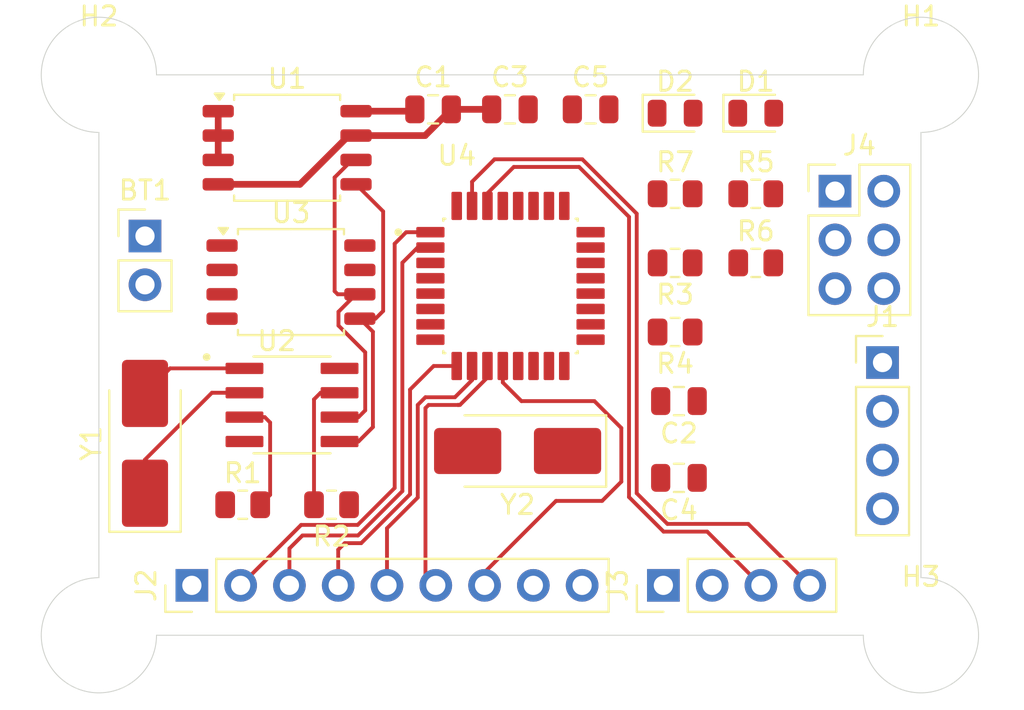
<source format=kicad_pcb>
(kicad_pcb (version 20241229) (generator "pcbnew") (generator_version "9.0")
  (title_block (title "${project_name}") (date "2025-08-11") (rev "1") (comment 1 "2 layer pcb"))
  (layers (0 "F.Cu" mixed) (4 "In1.Cu" mixed) (6 "In2.Cu" mixed) (2 "B.Cu" mixed) (13 "F.Paste" user) (15 "B.Paste" user) (5 "F.SilkS" user "F.Silkscreen") (7 "B.SilkS" user "B.Silkscreen") (1 "F.Mask" user) (3 "B.Mask" user) (25 "Edge.Cuts" user))
  (property "project_name" "MCU Datalogger with memory and clock")
  (net 0 "")
  (net 1 "Net-(BT1-+)")
  (net 2 "GND")
  (net 3 "/Vcc")
  (net 4 "Net-(U4-PB6)")
  (net 5 "Net-(U4-PB7)")
  (net 6 "Net-(U4-AREF)")
  (net 7 "Net-(D1-K)")
  (net 8 "/SCK")
  (net 9 "Net-(D2-K)")
  (net 10 "/SDA")
  (net 11 "/D5")
  (net 12 "/D7")
  (net 13 "/D8")
  (net 14 "/D3")
  (net 15 "/D6")
  (net 16 "/D4")
  (net 17 "/D2")
  (net 18 "/TX")
  (net 19 "/RX")
  (net 20 "/RESET")
  (net 21 "/MOSI")
  (net 22 "/MISO")
  (net 23 "Net-(U2-~{INTA})")
  (net 24 "Net-(U2-SQW{slash}~INT)")
  (net 25 "Net-(U2-X2)")
  (net 26 "Net-(U2-X1)")
  (footprint "Capacitor_SMD:C_0805_2012Metric" (layer "F.Cu") (at 170.2 95.4 180)
    (property "Reference" "C2" (at 0 -1.68 0) (layer "F.SilkS"))
    (property "Value" "22pF")
    (fp_line (start -0.261252 0.735) (end 0.261252 0.735) (stroke (width 0.12)) (layer "F.SilkS"))
    (fp_line (start -0.261252 -0.735) (end 0.261252 -0.735) (stroke (width 0.12)) (layer "F.SilkS"))
    (pad "1" smd roundrect (at -0.95 0 180) (size 1 1.45) (layers "F.Cu" "F.Mask" "F.Paste") (net 2 "GND"))
    (pad "2" smd roundrect (at 0.95 0 180) (size 1 1.45) (layers "F.Cu" "F.Mask" "F.Paste") (net 4 "Net-(U4-PB6)"))
  )
  (footprint "MountingHole:MountingHole_2.1mm" (layer "F.Cu") (at 140 107.6)
    (property "Reference" "H4" (hide yes))
    (property "Value" "MountingHole")
    (pad "" np_thru_hole circle (at 0 0) (size 2.1 2.1) (drill 2.1) (layers "*.Cu" "*.Mask"))
  )
  (footprint "MountingHole:MountingHole_2.1mm" (layer "F.Cu") (at 182.8 78.4)
    (property "Reference" "H1" (at 0 -3.05 0) (layer "F.SilkS"))
    (property "Value" "MountingHole")
    (pad "" np_thru_hole circle (at 0 0) (size 2.1 2.1) (drill 2.1) (layers "*.Cu" "*.Mask"))
  )
  (footprint "Connector_PinHeader_2.54mm:PinHeader_1x09_P2.54mm_Vertical" (layer "F.Cu") (at 144.84 105 90)
    (property "Reference" "J2" (at 0 -2.38 90) (layer "F.SilkS"))
    (property "Value" "Conn_01x09_Pin")
    (fp_line (start -1.38 -1.38) (end 0 -1.38) (stroke (width 0.12)) (layer "F.SilkS"))
    (fp_line (start -1.38 0) (end -1.38 -1.38) (stroke (width 0.12)) (layer "F.SilkS"))
    (fp_line (start 1.38 1.27) (end 1.38 21.7) (stroke (width 0.12)) (layer "F.SilkS"))
    (fp_line (start -1.38 1.27) (end 1.38 1.27) (stroke (width 0.12)) (layer "F.SilkS"))
    (fp_line (start -1.38 1.27) (end -1.38 21.7) (stroke (width 0.12)) (layer "F.SilkS"))
    (fp_line (start -1.38 21.7) (end 1.38 21.7) (stroke (width 0.12)) (layer "F.SilkS"))
    (pad "1" thru_hole rect (at 0 0 90) (size 1.7 1.7) (drill 1) (layers "*.Cu" "*.Mask") (net 17 "/D2"))
    (pad "2" thru_hole circle (at 0 2.54 90) (size 1.7 1.7) (drill 1) (layers "*.Cu" "*.Mask") (net 14 "/D3"))
    (pad "3" thru_hole circle (at 0 5.08 90) (size 1.7 1.7) (drill 1) (layers "*.Cu" "*.Mask") (net 16 "/D4"))
    (pad "4" thru_hole circle (at 0 7.62 90) (size 1.7 1.7) (drill 1) (layers "*.Cu" "*.Mask") (net 11 "/D5"))
    (pad "5" thru_hole circle (at 0 10.16 90) (size 1.7 1.7) (drill 1) (layers "*.Cu" "*.Mask") (net 15 "/D6"))
    (pad "6" thru_hole circle (at 0 12.7 90) (size 1.7 1.7) (drill 1) (layers "*.Cu" "*.Mask") (net 12 "/D7"))
    (pad "7" thru_hole circle (at 0 15.24 90) (size 1.7 1.7) (drill 1) (layers "*.Cu" "*.Mask") (net 13 "/D8"))
    (pad "8" thru_hole circle (at 0 17.78 90) (size 1.7 1.7) (drill 1) (layers "*.Cu" "*.Mask") (net 2 "GND"))
    (pad "9" thru_hole circle (at 0 20.32 90) (size 1.7 1.7) (drill 1) (layers "*.Cu" "*.Mask") (net 3 "/Vcc"))
  )
  (footprint "Resistor_SMD:R_0805_2012Metric" (layer "F.Cu") (at 174.2 84.6)
    (property "Reference" "R5" (at 0 -1.65 0) (layer "F.SilkS"))
    (property "Value" "330")
    (fp_line (start -0.227064 -0.735) (end 0.227064 -0.735) (stroke (width 0.12)) (layer "F.SilkS"))
    (fp_line (start -0.227064 0.735) (end 0.227064 0.735) (stroke (width 0.12)) (layer "F.SilkS"))
    (pad "1" smd roundrect (at -0.9125 0) (size 1.025 1.4) (layers "F.Cu" "F.Mask" "F.Paste") (roundrect_rratio 0.243902) (net 2 "GND"))
    (pad "2" smd roundrect (at 0.9125 0) (size 1.025 1.4) (layers "F.Cu" "F.Mask" "F.Paste") (roundrect_rratio 0.243902) (net 7 "Net-(D1-K)"))
  )
  (footprint "Connector_PinHeader_2.54mm:PinHeader_1x04_P2.54mm_Vertical" (layer "F.Cu") (at 169.39 105 90)
    (property "Reference" "J3" (at 0 -2.38 90) (layer "F.SilkS"))
    (property "Value" "Conn_01x04_Pin")
    (fp_line (start -1.38 -1.38) (end 0 -1.38) (stroke (width 0.12)) (layer "F.SilkS"))
    (fp_line (start -1.38 0) (end -1.38 -1.38) (stroke (width 0.12)) (layer "F.SilkS"))
    (fp_line (start 1.38 1.27) (end 1.38 9) (stroke (width 0.12)) (layer "F.SilkS"))
    (fp_line (start -1.38 1.27) (end 1.38 1.27) (stroke (width 0.12)) (layer "F.SilkS"))
    (fp_line (start -1.38 1.27) (end -1.38 9) (stroke (width 0.12)) (layer "F.SilkS"))
    (fp_line (start -1.38 9) (end 1.38 9) (stroke (width 0.12)) (layer "F.SilkS"))
    (pad "1" thru_hole rect (at 0 0 90) (size 1.7 1.7) (drill 1) (layers "*.Cu" "*.Mask") (net 2 "GND"))
    (pad "2" thru_hole circle (at 0 2.54 90) (size 1.7 1.7) (drill 1) (layers "*.Cu" "*.Mask") (net 3 "/Vcc"))
    (pad "3" thru_hole circle (at 0 5.08 90) (size 1.7 1.7) (drill 1) (layers "*.Cu" "*.Mask") (net 19 "/RX"))
    (pad "4" thru_hole circle (at 0 7.62 90) (size 1.7 1.7) (drill 1) (layers "*.Cu" "*.Mask") (net 18 "/TX"))
  )
  (footprint "Capacitor_SMD:C_0805_2012Metric" (layer "F.Cu") (at 161.4 80.2)
    (property "Reference" "C3" (at 0 -1.68 0) (layer "F.SilkS"))
    (property "Value" "22pF")
    (fp_line (start -0.261252 -0.735) (end 0.261252 -0.735) (stroke (width 0.12)) (layer "F.SilkS"))
    (fp_line (start -0.261252 0.735) (end 0.261252 0.735) (stroke (width 0.12)) (layer "F.SilkS"))
    (pad "1" smd roundrect (at -0.95 0) (size 1 1.45) (layers "F.Cu" "F.Mask" "F.Paste") (net 2 "GND"))
    (pad "2" smd roundrect (at 0.95 0) (size 1 1.45) (layers "F.Cu" "F.Mask" "F.Paste") (net 5 "Net-(U4-PB7)"))
  )
  (footprint "Resistor_SMD:R_0805_2012Metric" (layer "F.Cu") (at 170 88.2 180)
    (property "Reference" "R3" (at 0 -1.65 0) (layer "F.SilkS"))
    (property "Value" "4.7k")
    (fp_line (start -0.227064 0.735) (end 0.227064 0.735) (stroke (width 0.12)) (layer "F.SilkS"))
    (fp_line (start -0.227064 -0.735) (end 0.227064 -0.735) (stroke (width 0.12)) (layer "F.SilkS"))
    (pad "1" smd roundrect (at -0.9125 0 180) (size 1.025 1.4) (layers "F.Cu" "F.Mask" "F.Paste") (roundrect_rratio 0.243902) (net 3 "/Vcc"))
    (pad "2" smd roundrect (at 0.9125 0 180) (size 1.025 1.4) (layers "F.Cu" "F.Mask" "F.Paste") (roundrect_rratio 0.243902) (net 8 "/SCK"))
  )
  (footprint "Package_SO:SOIC-8_5.3x5.3mm_P1.27mm" (layer "F.Cu") (at 149.8 82.2)
    (property "Reference" "U1" (at 0 -3.6 0) (layer "F.SilkS"))
    (property "Value" "24LC1025")
    (fp_line (start -2.76 -2.76) (end -2.76 -2.49) (stroke (width 0.12)) (layer "F.SilkS"))
    (fp_line (start -2.76 2.76) (end -2.76 2.49) (stroke (width 0.12)) (layer "F.SilkS"))
    (fp_line (start 0 -2.76) (end -2.76 -2.76) (stroke (width 0.12)) (layer "F.SilkS"))
    (fp_line (start 0 -2.76) (end 2.76 -2.76) (stroke (width 0.12)) (layer "F.SilkS"))
    (fp_line (start 0 2.76) (end -2.76 2.76) (stroke (width 0.12)) (layer "F.SilkS"))
    (fp_line (start 0 2.76) (end 2.76 2.76) (stroke (width 0.12)) (layer "F.SilkS"))
    (fp_line (start 2.76 -2.76) (end 2.76 -2.49) (stroke (width 0.12)) (layer "F.SilkS"))
    (fp_line (start 2.76 2.76) (end 2.76 2.49) (stroke (width 0.12)) (layer "F.SilkS"))
    (fp_poly (pts (xy -3.525 -2.49) (xy -3.765 -2.82) (xy -3.285 -2.82)) (stroke (width 0.12)) (fill yes) (layer "F.SilkS"))
    (pad "1" smd roundrect (at -3.5875 -1.905) (size 1.625 0.65) (layers "F.Cu" "F.Mask" "F.Paste") (net 3 "/Vcc"))
    (pad "2" smd roundrect (at -3.5875 -0.635) (size 1.625 0.65) (layers "F.Cu" "F.Mask" "F.Paste") (net 3 "/Vcc"))
    (pad "3" smd roundrect (at -3.5875 0.635) (size 1.625 0.65) (layers "F.Cu" "F.Mask" "F.Paste") (net 3 "/Vcc"))
    (pad "4" smd roundrect (at -3.5875 1.905) (size 1.625 0.65) (layers "F.Cu" "F.Mask" "F.Paste") (net 2 "GND"))
    (pad "5" smd roundrect (at 3.5875 1.905) (size 1.625 0.65) (layers "F.Cu" "F.Mask" "F.Paste") (net 10 "/SDA"))
    (pad "6" smd roundrect (at 3.5875 0.635) (size 1.625 0.65) (layers "F.Cu" "F.Mask" "F.Paste") (net 8 "/SCK"))
    (pad "7" smd roundrect (at 3.5875 -0.635) (size 1.625 0.65) (layers "F.Cu" "F.Mask" "F.Paste") (net 2 "GND"))
    (pad "8" smd roundrect (at 3.5875 -1.905) (size 1.625 0.65) (layers "F.Cu" "F.Mask" "F.Paste") (net 3 "/Vcc"))
  )
  (footprint "Resistor_SMD:R_0805_2012Metric" (layer "F.Cu") (at 147.4875 100.8)
    (property "Reference" "R1" (at 0 -1.65 0) (layer "F.SilkS"))
    (property "Value" "10k")
    (fp_line (start -0.227064 -0.735) (end 0.227064 -0.735) (stroke (width 0.12)) (layer "F.SilkS"))
    (fp_line (start -0.227064 0.735) (end 0.227064 0.735) (stroke (width 0.12)) (layer "F.SilkS"))
    (pad "1" smd roundrect (at -0.9125 0) (size 1.025 1.4) (layers "F.Cu" "F.Mask" "F.Paste") (roundrect_rratio 0.243902) (net 3 "/Vcc"))
    (pad "2" smd roundrect (at 0.9125 0) (size 1.025 1.4) (layers "F.Cu" "F.Mask" "F.Paste") (roundrect_rratio 0.243902) (net 23 "Net-(U2-~{INTA})"))
  )
  (footprint "LED_SMD:LED_0805_2012Metric" (layer "F.Cu") (at 170 80.4)
    (property "Reference" "D2" (at 0 -1.65 0) (layer "F.SilkS"))
    (property "Value" "LED")
    (fp_line (start -1.685 -0.96) (end -1.685 0.96) (stroke (width 0.12)) (layer "F.SilkS"))
    (fp_line (start -1.685 0.96) (end 1 0.96) (stroke (width 0.12)) (layer "F.SilkS"))
    (fp_line (start 1 -0.96) (end -1.685 -0.96) (stroke (width 0.12)) (layer "F.SilkS"))
    (pad "1" smd roundrect (at -0.9375 0) (size 0.975 1.4) (layers "F.Cu" "F.Mask" "F.Paste") (net 9 "Net-(D2-K)"))
    (pad "2" smd roundrect (at 0.9375 0) (size 0.975 1.4) (layers "F.Cu" "F.Mask" "F.Paste") (net 1 "Net-(BT1-+)"))
  )
  (footprint "DS1337S_:SOIC127P600X175-8N" (layer "F.Cu") (at 150.055 95.6)
    (property "Reference" "U2" (at -0.795 -3.332 0) (layer "F.SilkS"))
    (property "Value" "DS1337S_")
    (fp_line (start -2 -2.52) (end 2 -2.52) (stroke (width 0.127)) (layer "F.SilkS"))
    (fp_line (start -2 2.52) (end 2 2.52) (stroke (width 0.127)) (layer "F.SilkS"))
    (fp_circle (center -4.445 -2.495) (end -4.345 -2.495) (stroke (width 0.2)) (fill no) (layer "F.SilkS"))
    (pad "1" smd roundrect (at -2.475 -1.905) (size 1.97 0.59) (layers "F.Cu" "F.Mask" "F.Paste") (roundrect_rratio 0.125) (net 26 "Net-(U2-X1)"))
    (pad "2" smd roundrect (at -2.475 -0.635) (size 1.97 0.59) (layers "F.Cu" "F.Mask" "F.Paste") (roundrect_rratio 0.125) (net 25 "Net-(U2-X2)"))
    (pad "3" smd roundrect (at -2.475 0.635) (size 1.97 0.59) (layers "F.Cu" "F.Mask" "F.Paste") (roundrect_rratio 0.125) (net 23 "Net-(U2-~{INTA})"))
    (pad "4" smd roundrect (at -2.475 1.905) (size 1.97 0.59) (layers "F.Cu" "F.Mask" "F.Paste") (roundrect_rratio 0.125) (net 2 "GND"))
    (pad "5" smd roundrect (at 2.475 1.905) (size 1.97 0.59) (layers "F.Cu" "F.Mask" "F.Paste") (roundrect_rratio 0.125) (net 10 "/SDA"))
    (pad "6" smd roundrect (at 2.475 0.635) (size 1.97 0.59) (layers "F.Cu" "F.Mask" "F.Paste") (roundrect_rratio 0.125) (net 8 "/SCK"))
    (pad "7" smd roundrect (at 2.475 -0.635) (size 1.97 0.59) (layers "F.Cu" "F.Mask" "F.Paste") (roundrect_rratio 0.125) (net 24 "Net-(U2-SQW{slash}~INT)"))
    (pad "8" smd roundrect (at 2.475 -1.905) (size 1.97 0.59) (layers "F.Cu" "F.Mask" "F.Paste") (roundrect_rratio 0.125) (net 3 "/Vcc"))
  )
  (footprint "Resistor_SMD:R_0805_2012Metric" (layer "F.Cu") (at 170 91.8 180)
    (property "Reference" "R4" (at 0 -1.65 0) (layer "F.SilkS"))
    (property "Value" "4.7k")
    (fp_line (start -0.227064 0.735) (end 0.227064 0.735) (stroke (width 0.12)) (layer "F.SilkS"))
    (fp_line (start -0.227064 -0.735) (end 0.227064 -0.735) (stroke (width 0.12)) (layer "F.SilkS"))
    (pad "1" smd roundrect (at -0.9125 0 180) (size 1.025 1.4) (layers "F.Cu" "F.Mask" "F.Paste") (roundrect_rratio 0.243902) (net 3 "/Vcc"))
    (pad "2" smd roundrect (at 0.9125 0 180) (size 1.025 1.4) (layers "F.Cu" "F.Mask" "F.Paste") (roundrect_rratio 0.243902) (net 10 "/SDA"))
  )
  (footprint "MountingHole:MountingHole_2.1mm" (layer "F.Cu") (at 140 78.4)
    (property "Reference" "H2" (at 0 -3.05 0) (layer "F.SilkS"))
    (property "Value" "MountingHole")
    (pad "" np_thru_hole circle (at 0 0) (size 2.1 2.1) (drill 2.1) (layers "*.Cu" "*.Mask"))
  )
  (footprint "Connector_PinHeader_2.54mm:PinHeader_2x03_P2.54mm_Vertical" (layer "F.Cu") (at 178.325 84.46)
    (property "Reference" "J4" (at 1.27 -2.38 0) (layer "F.SilkS"))
    (property "Value" "Conn_02x03_Odd_Even")
    (fp_line (start -1.38 -1.38) (end 0 -1.38) (stroke (width 0.12)) (layer "F.SilkS"))
    (fp_line (start -1.38 0) (end -1.38 -1.38) (stroke (width 0.12)) (layer "F.SilkS"))
    (fp_line (start -1.38 1.27) (end -1.38 6.46) (stroke (width 0.12)) (layer "F.SilkS"))
    (fp_line (start -1.38 1.27) (end 1.27 1.27) (stroke (width 0.12)) (layer "F.SilkS"))
    (fp_line (start -1.38 6.46) (end 3.92 6.46) (stroke (width 0.12)) (layer "F.SilkS"))
    (fp_line (start 1.27 -1.38) (end 3.92 -1.38) (stroke (width 0.12)) (layer "F.SilkS"))
    (fp_line (start 1.27 1.27) (end 1.27 -1.38) (stroke (width 0.12)) (layer "F.SilkS"))
    (fp_line (start 3.92 -1.38) (end 3.92 6.46) (stroke (width 0.12)) (layer "F.SilkS"))
    (pad "1" thru_hole rect (at 0 0) (size 1.7 1.7) (drill 1) (layers "*.Cu" "*.Mask") (net 22 "/MISO"))
    (pad "2" thru_hole circle (at 2.54 0) (size 1.7 1.7) (drill 1) (layers "*.Cu" "*.Mask") (net 3 "/Vcc"))
    (pad "3" thru_hole circle (at 0 2.54) (size 1.7 1.7) (drill 1) (layers "*.Cu" "*.Mask") (net 8 "/SCK"))
    (pad "4" thru_hole circle (at 2.54 2.54) (size 1.7 1.7) (drill 1) (layers "*.Cu" "*.Mask") (net 21 "/MOSI"))
    (pad "5" thru_hole circle (at 0 5.08) (size 1.7 1.7) (drill 1) (layers "*.Cu" "*.Mask") (net 20 "/RESET"))
    (pad "6" thru_hole circle (at 2.54 5.08) (size 1.7 1.7) (drill 1) (layers "*.Cu" "*.Mask") (net 2 "GND"))
  )
  (footprint "Capacitor_SMD:C_0805_2012Metric" (layer "F.Cu") (at 170.2 99.4 180)
    (property "Reference" "C4" (at 0 -1.68 0) (layer "F.SilkS"))
    (property "Value" "0.1uF")
    (fp_line (start -0.261252 0.735) (end 0.261252 0.735) (stroke (width 0.12)) (layer "F.SilkS"))
    (fp_line (start -0.261252 -0.735) (end 0.261252 -0.735) (stroke (width 0.12)) (layer "F.SilkS"))
    (pad "1" smd roundrect (at -0.95 0 180) (size 1 1.45) (layers "F.Cu" "F.Mask" "F.Paste") (net 2 "GND"))
    (pad "2" smd roundrect (at 0.95 0 180) (size 1 1.45) (layers "F.Cu" "F.Mask" "F.Paste") (net 6 "Net-(U4-AREF)"))
  )
  (footprint "Capacitor_SMD:C_0805_2012Metric" (layer "F.Cu") (at 165.6 80.2)
    (property "Reference" "C5" (at 0 -1.68 0) (layer "F.SilkS"))
    (property "Value" "100nF")
    (fp_line (start -0.261252 -0.735) (end 0.261252 -0.735) (stroke (width 0.12)) (layer "F.SilkS"))
    (fp_line (start -0.261252 0.735) (end 0.261252 0.735) (stroke (width 0.12)) (layer "F.SilkS"))
    (pad "1" smd roundrect (at -0.95 0) (size 1 1.45) (layers "F.Cu" "F.Mask" "F.Paste") (net 1 "Net-(BT1-+)"))
    (pad "2" smd roundrect (at 0.95 0) (size 1 1.45) (layers "F.Cu" "F.Mask" "F.Paste") (net 2 "GND"))
  )
  (footprint "ATMEGA328P-AU:QFP80P900X900X120-32N" (layer "F.Cu") (at 161.43 89.4)
    (property "Reference" "U4" (at -2.795 -6.79 0) (layer "F.SilkS"))
    (property "Value" "ATMEGA328P-AU")
    (fp_line (start -3.5 -3.5) (end -3.5 -3.395) (stroke (width 0.127)) (layer "F.SilkS"))
    (fp_line (start -3.5 -3.5) (end -3.395 -3.5) (stroke (width 0.127)) (layer "F.SilkS"))
    (fp_line (start -3.5 3.5) (end -3.5 3.395) (stroke (width 0.127)) (layer "F.SilkS"))
    (fp_line (start -3.5 3.5) (end -3.395 3.5) (stroke (width 0.127)) (layer "F.SilkS"))
    (fp_line (start 3.5 -3.5) (end 3.395 -3.5) (stroke (width 0.127)) (layer "F.SilkS"))
    (fp_line (start 3.5 -3.5) (end 3.5 -3.395) (stroke (width 0.127)) (layer "F.SilkS"))
    (fp_line (start 3.5 3.5) (end 3.395 3.5) (stroke (width 0.127)) (layer "F.SilkS"))
    (fp_line (start 3.5 3.5) (end 3.5 3.395) (stroke (width 0.127)) (layer "F.SilkS"))
    (fp_circle (center -5.84 -2.8) (end -5.74 -2.8) (stroke (width 0.2)) (fill no) (layer "F.SilkS"))
    (pad "1" smd roundrect (at -4.17 -2.8) (size 1.47 0.55) (layers "F.Cu" "F.Mask" "F.Paste") (roundrect_rratio 0.125) (net 14 "/D3"))
    (pad "2" smd roundrect (at -4.17 -2) (size 1.47 0.55) (layers "F.Cu" "F.Mask" "F.Paste") (roundrect_rratio 0.125) (net 16 "/D4"))
    (pad "3" smd roundrect (at -4.17 -1.2) (size 1.47 0.55) (layers "F.Cu" "F.Mask" "F.Paste") (roundrect_rratio 0.125) (net 2 "GND"))
    (pad "4" smd roundrect (at -4.17 -0.4) (size 1.47 0.55) (layers "F.Cu" "F.Mask" "F.Paste") (roundrect_rratio 0.125) (net 1 "Net-(BT1-+)"))
    (pad "5" smd roundrect (at -4.17 0.4) (size 1.47 0.55) (layers "F.Cu" "F.Mask" "F.Paste") (roundrect_rratio 0.125) (net 2 "GND"))
    (pad "6" smd roundrect (at -4.17 1.2) (size 1.47 0.55) (layers "F.Cu" "F.Mask" "F.Paste") (roundrect_rratio 0.125))
    (pad "7" smd roundrect (at -4.17 2) (size 1.47 0.55) (layers "F.Cu" "F.Mask" "F.Paste") (roundrect_rratio 0.125) (net 4 "Net-(U4-PB6)"))
    (pad "8" smd roundrect (at -4.17 2.8) (size 1.47 0.55) (layers "F.Cu" "F.Mask" "F.Paste") (roundrect_rratio 0.125) (net 5 "Net-(U4-PB7)"))
    (pad "9" smd roundrect (at -2.8 4.17) (size 0.55 1.47) (layers "F.Cu" "F.Mask" "F.Paste") (roundrect_rratio 0.125) (net 11 "/D5"))
    (pad "10" smd roundrect (at -2 4.17) (size 0.55 1.47) (layers "F.Cu" "F.Mask" "F.Paste") (roundrect_rratio 0.125) (net 15 "/D6"))
    (pad "11" smd roundrect (at -1.2 4.17) (size 0.55 1.47) (layers "F.Cu" "F.Mask" "F.Paste") (roundrect_rratio 0.125) (net 12 "/D7"))
    (pad "12" smd roundrect (at -0.4 4.17) (size 0.55 1.47) (layers "F.Cu" "F.Mask" "F.Paste") (roundrect_rratio 0.125) (net 13 "/D8"))
    (pad "13" smd roundrect (at 0.4 4.17) (size 0.55 1.47) (layers "F.Cu" "F.Mask" "F.Paste") (roundrect_rratio 0.125))
    (pad "14" smd roundrect (at 1.2 4.17) (size 0.55 1.47) (layers "F.Cu" "F.Mask" "F.Paste") (roundrect_rratio 0.125))
    (pad "15" smd roundrect (at 2 4.17) (size 0.55 1.47) (layers "F.Cu" "F.Mask" "F.Paste") (roundrect_rratio 0.125) (net 21 "/MOSI"))
    (pad "16" smd roundrect (at 2.8 4.17) (size 0.55 1.47) (layers "F.Cu" "F.Mask" "F.Paste") (roundrect_rratio 0.125) (net 22 "/MISO"))
    (pad "17" smd roundrect (at 4.17 2.8) (size 1.47 0.55) (layers "F.Cu" "F.Mask" "F.Paste") (roundrect_rratio 0.125) (net 8 "/SCK"))
    (pad "18" smd roundrect (at 4.17 2) (size 1.47 0.55) (layers "F.Cu" "F.Mask" "F.Paste") (roundrect_rratio 0.125) (net 1 "Net-(BT1-+)"))
    (pad "19" smd roundrect (at 4.17 1.2) (size 1.47 0.55) (layers "F.Cu" "F.Mask" "F.Paste") (roundrect_rratio 0.125))
    (pad "20" smd roundrect (at 4.17 0.4) (size 1.47 0.55) (layers "F.Cu" "F.Mask" "F.Paste") (roundrect_rratio 0.125) (net 6 "Net-(U4-AREF)"))
    (pad "21" smd roundrect (at 4.17 -0.4) (size 1.47 0.55) (layers "F.Cu" "F.Mask" "F.Paste") (roundrect_rratio 0.125) (net 2 "GND"))
    (pad "22" smd roundrect (at 4.17 -1.2) (size 1.47 0.55) (layers "F.Cu" "F.Mask" "F.Paste") (roundrect_rratio 0.125))
    (pad "23" smd roundrect (at 4.17 -2) (size 1.47 0.55) (layers "F.Cu" "F.Mask" "F.Paste") (roundrect_rratio 0.125))
    (pad "24" smd roundrect (at 4.17 -2.8) (size 1.47 0.55) (layers "F.Cu" "F.Mask" "F.Paste") (roundrect_rratio 0.125))
    (pad "25" smd roundrect (at 2.8 -4.17) (size 0.55 1.47) (layers "F.Cu" "F.Mask" "F.Paste") (roundrect_rratio 0.125))
    (pad "26" smd roundrect (at 2 -4.17) (size 0.55 1.47) (layers "F.Cu" "F.Mask" "F.Paste") (roundrect_rratio 0.125))
    (pad "27" smd roundrect (at 1.2 -4.17) (size 0.55 1.47) (layers "F.Cu" "F.Mask" "F.Paste") (roundrect_rratio 0.125) (net 10 "/SDA"))
    (pad "28" smd roundrect (at 0.4 -4.17) (size 0.55 1.47) (layers "F.Cu" "F.Mask" "F.Paste") (roundrect_rratio 0.125) (net 8 "/SCK"))
    (pad "29" smd roundrect (at -0.4 -4.17) (size 0.55 1.47) (layers "F.Cu" "F.Mask" "F.Paste") (roundrect_rratio 0.125) (net 20 "/RESET"))
    (pad "30" smd roundrect (at -1.2 -4.17) (size 0.55 1.47) (layers "F.Cu" "F.Mask" "F.Paste") (roundrect_rratio 0.125) (net 19 "/RX"))
    (pad "31" smd roundrect (at -2 -4.17) (size 0.55 1.47) (layers "F.Cu" "F.Mask" "F.Paste") (roundrect_rratio 0.125) (net 18 "/TX"))
    (pad "32" smd roundrect (at -2.8 -4.17) (size 0.55 1.47) (layers "F.Cu" "F.Mask" "F.Paste") (roundrect_rratio 0.125) (net 17 "/D2"))
  )
  (footprint "MountingHole:MountingHole_2.1mm" (layer "F.Cu") (at 182.8 107.6)
    (property "Reference" "H3" (at 0 -3.05 0) (layer "F.SilkS"))
    (property "Value" "MountingHole")
    (pad "" np_thru_hole circle (at 0 0) (size 2.1 2.1) (drill 2.1) (layers "*.Cu" "*.Mask"))
  )
  (footprint "Resistor_SMD:R_0805_2012Metric" (layer "F.Cu") (at 174.2 88.2)
    (property "Reference" "R6" (at 0 -1.65 0) (layer "F.SilkS"))
    (property "Value" "10k")
    (fp_line (start -0.227064 -0.735) (end 0.227064 -0.735) (stroke (width 0.12)) (layer "F.SilkS"))
    (fp_line (start -0.227064 0.735) (end 0.227064 0.735) (stroke (width 0.12)) (layer "F.SilkS"))
    (pad "1" smd roundrect (at -0.9125 0) (size 1.025 1.4) (layers "F.Cu" "F.Mask" "F.Paste") (roundrect_rratio 0.243902) (net 3 "/Vcc"))
    (pad "2" smd roundrect (at 0.9125 0) (size 1.025 1.4) (layers "F.Cu" "F.Mask" "F.Paste") (roundrect_rratio 0.243902) (net 20 "/RESET"))
  )
  (footprint "Crystal:Crystal_SMD_5032-2Pin_5.0x3.2mm_HandSoldering" (layer "F.Cu") (at 142.4 97.6 90)
    (property "Reference" "Y1" (at 0 -2.8 90) (layer "F.SilkS"))
    (property "Value" "32.768 KHz")
    (fp_line (start 2.76 -1.86) (end -4.61 -1.86) (stroke (width 0.12)) (layer "F.SilkS"))
    (fp_line (start -4.61 -1.86) (end -4.61 1.86) (stroke (width 0.12)) (layer "F.SilkS"))
    (fp_line (start -4.61 1.86) (end 2.76 1.86) (stroke (width 0.12)) (layer "F.SilkS"))
    (pad "1" smd roundrect (at -2.6 0 90) (size 3.5 2.4) (layers "F.Cu" "F.Mask" "F.Paste") (roundrect_rratio 0.104167) (net 25 "Net-(U2-X2)"))
    (pad "2" smd roundrect (at 2.6 0 90) (size 3.5 2.4) (layers "F.Cu" "F.Mask" "F.Paste") (roundrect_rratio 0.104167) (net 26 "Net-(U2-X1)"))
  )
  (footprint "Connector_PinHeader_2.54mm:PinHeader_1x02_P2.54mm_Vertical" (layer "F.Cu") (at 142.4 86.8)
    (property "Reference" "BT1" (at 0 -2.38 0) (layer "F.SilkS"))
    (property "Value" "Battery")
    (fp_line (start -1.38 -1.38) (end 0 -1.38) (stroke (width 0.12)) (layer "F.SilkS"))
    (fp_line (start -1.38 0) (end -1.38 -1.38) (stroke (width 0.12)) (layer "F.SilkS"))
    (fp_line (start -1.38 1.27) (end -1.38 3.92) (stroke (width 0.12)) (layer "F.SilkS"))
    (fp_line (start -1.38 1.27) (end 1.38 1.27) (stroke (width 0.12)) (layer "F.SilkS"))
    (fp_line (start -1.38 3.92) (end 1.38 3.92) (stroke (width 0.12)) (layer "F.SilkS"))
    (fp_line (start 1.38 1.27) (end 1.38 3.92) (stroke (width 0.12)) (layer "F.SilkS"))
    (pad "1" thru_hole rect (at 0 0) (size 1.7 1.7) (drill 1) (layers "*.Cu" "*.Mask") (net 1 "Net-(BT1-+)"))
    (pad "2" thru_hole circle (at 0 2.54) (size 1.7 1.7) (drill 1) (layers "*.Cu" "*.Mask") (net 2 "GND"))
  )
  (footprint "Resistor_SMD:R_0805_2012Metric" (layer "F.Cu") (at 170 84.6)
    (property "Reference" "R7" (at 0 -1.65 0) (layer "F.SilkS"))
    (property "Value" "330")
    (fp_line (start -0.227064 -0.735) (end 0.227064 -0.735) (stroke (width 0.12)) (layer "F.SilkS"))
    (fp_line (start -0.227064 0.735) (end 0.227064 0.735) (stroke (width 0.12)) (layer "F.SilkS"))
    (pad "1" smd roundrect (at -0.9125 0) (size 1.025 1.4) (layers "F.Cu" "F.Mask" "F.Paste") (roundrect_rratio 0.243902) (net 9 "Net-(D2-K)"))
    (pad "2" smd roundrect (at 0.9125 0) (size 1.025 1.4) (layers "F.Cu" "F.Mask" "F.Paste") (roundrect_rratio 0.243902) (net 2 "GND"))
  )
  (footprint "LED_SMD:LED_0805_2012Metric" (layer "F.Cu") (at 174.2 80.4)
    (property "Reference" "D1" (at 0 -1.65 0) (layer "F.SilkS"))
    (property "Value" "LED")
    (fp_line (start -1.685 -0.96) (end -1.685 0.96) (stroke (width 0.12)) (layer "F.SilkS"))
    (fp_line (start -1.685 0.96) (end 1 0.96) (stroke (width 0.12)) (layer "F.SilkS"))
    (fp_line (start 1 -0.96) (end -1.685 -0.96) (stroke (width 0.12)) (layer "F.SilkS"))
    (pad "1" smd roundrect (at -0.9375 0) (size 0.975 1.4) (layers "F.Cu" "F.Mask" "F.Paste") (net 7 "Net-(D1-K)"))
    (pad "2" smd roundrect (at 0.9375 0) (size 0.975 1.4) (layers "F.Cu" "F.Mask" "F.Paste") (net 8 "/SCK"))
  )
  (footprint "Resistor_SMD:R_0805_2012Metric" (layer "F.Cu") (at 152.1125 100.8 180)
    (property "Reference" "R2" (at 0 -1.65 0) (layer "F.SilkS"))
    (property "Value" "10k")
    (fp_line (start -0.227064 0.735) (end 0.227064 0.735) (stroke (width 0.12)) (layer "F.SilkS"))
    (fp_line (start -0.227064 -0.735) (end 0.227064 -0.735) (stroke (width 0.12)) (layer "F.SilkS"))
    (pad "1" smd roundrect (at -0.9125 0 180) (size 1.025 1.4) (layers "F.Cu" "F.Mask" "F.Paste") (roundrect_rratio 0.243902) (net 3 "/Vcc"))
    (pad "2" smd roundrect (at 0.9125 0 180) (size 1.025 1.4) (layers "F.Cu" "F.Mask" "F.Paste") (roundrect_rratio 0.243902) (net 24 "Net-(U2-SQW{slash}~INT)"))
  )
  (footprint "Package_SO:SOIC-8_5.3x5.3mm_P1.27mm" (layer "F.Cu") (at 150 89.2)
    (property "Reference" "U3" (at 0 -3.6 0) (layer "F.SilkS"))
    (property "Value" "24LC1025")
    (fp_line (start -2.76 -2.76) (end -2.76 -2.49) (stroke (width 0.12)) (layer "F.SilkS"))
    (fp_line (start -2.76 2.76) (end -2.76 2.49) (stroke (width 0.12)) (layer "F.SilkS"))
    (fp_line (start 0 -2.76) (end -2.76 -2.76) (stroke (width 0.12)) (layer "F.SilkS"))
    (fp_line (start 0 -2.76) (end 2.76 -2.76) (stroke (width 0.12)) (layer "F.SilkS"))
    (fp_line (start 0 2.76) (end -2.76 2.76) (stroke (width 0.12)) (layer "F.SilkS"))
    (fp_line (start 0 2.76) (end 2.76 2.76) (stroke (width 0.12)) (layer "F.SilkS"))
    (fp_line (start 2.76 -2.76) (end 2.76 -2.49) (stroke (width 0.12)) (layer "F.SilkS"))
    (fp_line (start 2.76 2.76) (end 2.76 2.49) (stroke (width 0.12)) (layer "F.SilkS"))
    (fp_poly (pts (xy -3.525 -2.49) (xy -3.765 -2.82) (xy -3.285 -2.82)) (stroke (width 0.12)) (fill yes) (layer "F.SilkS"))
    (pad "1" smd roundrect (at -3.5875 -1.905) (size 1.625 0.65) (layers "F.Cu" "F.Mask" "F.Paste") (net 3 "/Vcc"))
    (pad "2" smd roundrect (at -3.5875 -0.635) (size 1.625 0.65) (layers "F.Cu" "F.Mask" "F.Paste") (net 2 "GND"))
    (pad "3" smd roundrect (at -3.5875 0.635) (size 1.625 0.65) (layers "F.Cu" "F.Mask" "F.Paste") (net 3 "/Vcc"))
    (pad "4" smd roundrect (at -3.5875 1.905) (size 1.625 0.65) (layers "F.Cu" "F.Mask" "F.Paste") (net 2 "GND"))
    (pad "5" smd roundrect (at 3.5875 1.905) (size 1.625 0.65) (layers "F.Cu" "F.Mask" "F.Paste") (net 10 "/SDA"))
    (pad "6" smd roundrect (at 3.5875 0.635) (size 1.625 0.65) (layers "F.Cu" "F.Mask" "F.Paste") (net 8 "/SCK"))
    (pad "7" smd roundrect (at 3.5875 -0.635) (size 1.625 0.65) (layers "F.Cu" "F.Mask" "F.Paste") (net 2 "GND"))
    (pad "8" smd roundrect (at 3.5875 -1.905) (size 1.625 0.65) (layers "F.Cu" "F.Mask" "F.Paste") (net 3 "/Vcc"))
  )
  (footprint "Crystal:Crystal_SMD_5032-2Pin_5.0x3.2mm_HandSoldering" (layer "F.Cu") (at 161.8 98 180)
    (property "Reference" "Y2" (at 0 -2.8 0) (layer "F.SilkS"))
    (property "Value" "16MHz")
    (fp_line (start 2.76 -1.86) (end -4.61 -1.86) (stroke (width 0.12)) (layer "F.SilkS"))
    (fp_line (start -4.61 1.86) (end 2.76 1.86) (stroke (width 0.12)) (layer "F.SilkS"))
    (fp_line (start -4.61 -1.86) (end -4.61 1.86) (stroke (width 0.12)) (layer "F.SilkS"))
    (pad "1" smd roundrect (at -2.6 0 180) (size 3.5 2.4) (layers "F.Cu" "F.Mask" "F.Paste") (roundrect_rratio 0.104167) (net 5 "Net-(U4-PB7)"))
    (pad "2" smd roundrect (at 2.6 0 180) (size 3.5 2.4) (layers "F.Cu" "F.Mask" "F.Paste") (roundrect_rratio 0.104167) (net 4 "Net-(U4-PB6)"))
  )
  (footprint "Connector_PinHeader_2.54mm:PinHeader_1x04_P2.54mm_Vertical" (layer "F.Cu") (at 180.8 93.39)
    (property "Reference" "J1" (at 0 -2.38 0) (layer "F.SilkS"))
    (property "Value" "Conn_01x04_Pin")
    (fp_line (start -1.38 -1.38) (end 0 -1.38) (stroke (width 0.12)) (layer "F.SilkS"))
    (fp_line (start -1.38 0) (end -1.38 -1.38) (stroke (width 0.12)) (layer "F.SilkS"))
    (fp_line (start -1.38 1.27) (end -1.38 9) (stroke (width 0.12)) (layer "F.SilkS"))
    (fp_line (start -1.38 1.27) (end 1.38 1.27) (stroke (width 0.12)) (layer "F.SilkS"))
    (fp_line (start -1.38 9) (end 1.38 9) (stroke (width 0.12)) (layer "F.SilkS"))
    (fp_line (start 1.38 1.27) (end 1.38 9) (stroke (width 0.12)) (layer "F.SilkS"))
    (pad "1" thru_hole rect (at 0 0) (size 1.7 1.7) (drill 1) (layers "*.Cu" "*.Mask") (net 2 "GND"))
    (pad "2" thru_hole circle (at 0 2.54) (size 1.7 1.7) (drill 1) (layers "*.Cu" "*.Mask") (net 3 "/Vcc"))
    (pad "3" thru_hole circle (at 0 5.08) (size 1.7 1.7) (drill 1) (layers "*.Cu" "*.Mask") (net 10 "/SDA"))
    (pad "4" thru_hole circle (at 0 7.62) (size 1.7 1.7) (drill 1) (layers "*.Cu" "*.Mask") (net 8 "/SCK"))
  )
  (footprint "Capacitor_SMD:C_0805_2012Metric" (layer "F.Cu") (at 157.4 80.2)
    (property "Reference" "C1" (at 0 -1.68 0) (layer "F.SilkS"))
    (property "Value" "10uF")
    (fp_line (start -0.261252 -0.735) (end 0.261252 -0.735) (stroke (width 0.12)) (layer "F.SilkS"))
    (fp_line (start -0.261252 0.735) (end 0.261252 0.735) (stroke (width 0.12)) (layer "F.SilkS"))
    (pad "1" smd roundrect (at -0.95 0) (size 1 1.45) (layers "F.Cu" "F.Mask" "F.Paste") (net 3 "/Vcc"))
    (pad "2" smd roundrect (at 0.95 0) (size 1 1.45) (layers "F.Cu" "F.Mask" "F.Paste") (net 2 "GND"))
  )
  (gr_arc (start 143 107.6) (mid 137.87868 109.72132) (end 140 104.6) (stroke (width 0.05)) (layer "Edge.Cuts"))
  (gr_line (start 143 78.4) (end 179.8 78.4) (stroke (width 0.05)) (layer "Edge.Cuts"))
  (gr_arc (start 179.8 78.4) (mid 184.92132 76.27868) (end 182.8 81.4) (stroke (width 0.05)) (layer "Edge.Cuts"))
  (gr_arc (start 140 81.4) (mid 137.87868 76.27868) (end 143 78.4) (stroke (width 0.05)) (layer "Edge.Cuts"))
  (gr_line (start 179.8 107.6) (end 143 107.6) (stroke (width 0.05)) (layer "Edge.Cuts"))
  (gr_line (start 140 104.6) (end 140 81.4) (stroke (width 0.05)) (layer "Edge.Cuts"))
  (gr_arc (start 182.8 104.6) (mid 184.92132 109.72132) (end 179.8 107.6) (stroke (width 0.05)) (layer "Edge.Cuts"))
  (gr_line (start 182.8 81.4) (end 182.8 104.6) (stroke (width 0.05)) (layer "Edge.Cuts"))
  (segment (start 158.35 80.2) (end 160.45 80.2) (width 0.35) (layer "F.Cu") (net 2))
  (segment (start 146.2125 84.105) (end 150.468232 84.105) (width 0.35) (layer "F.Cu") (net 2))
  (segment (start 153.3875 81.565) (end 156.985 81.565) (width 0.35) (layer "F.Cu") (net 2))
  (segment (start 153.008232 81.565) (end 153.3875 81.565) (width 0.35) (layer "F.Cu") (net 2))
  (segment (start 156.985 81.565) (end 158.35 80.2) (width 0.35) (layer "F.Cu") (net 2))
  (segment (start 150.468232 84.105) (end 153.008232 81.565) (width 0.35) (layer "F.Cu") (net 2))
  (segment (start 156.355 80.295) (end 156.45 80.2) (width 0.35) (layer "F.Cu") (net 3))
  (segment (start 153.3875 80.295) (end 156.355 80.295) (width 0.35) (layer "F.Cu") (net 3))
  (segment (start 146.2125 82.835) (end 146.2125 80.295) (width 0.35) (layer "F.Cu") (net 3))
  (segment (start 152.274 83.74601) (end 152.274 89.674) (width 0.2) (layer "F.Cu") (net 8))
  (segment (start 152.474 91.46399) (end 152.474 90.74601) (width 0.2) (layer "F.Cu") (net 8))
  (segment (start 152.435 89.835) (end 153.5875 89.835) (width 0.2) (layer "F.Cu") (net 8))
  (segment (start 153.3875 82.835) (end 153.18501 82.835) (width 0.2) (layer "F.Cu") (net 8))
  (segment (start 153.866 92.85599) (end 152.474 91.46399) (width 0.2) (layer "F.Cu") (net 8))
  (segment (start 153.866 95.884) (end 153.866 92.85599) (width 0.2) (layer "F.Cu") (net 8))
  (segment (start 152.474 90.74601) (end 153.38501 89.835) (width 0.2) (layer "F.Cu") (net 8))
  (segment (start 153.515 96.235) (end 153.866 95.884) (width 0.2) (layer "F.Cu") (net 8))
  (segment (start 152.274 89.674) (end 152.435 89.835) (width 0.2) (layer "F.Cu") (net 8))
  (segment (start 153.38501 89.835) (end 153.5875 89.835) (width 0.2) (layer "F.Cu") (net 8))
  (segment (start 153.18501 82.835) (end 152.274 83.74601) (width 0.2) (layer "F.Cu") (net 8))
  (segment (start 152.53 96.235) (end 153.515 96.235) (width 0.2) (layer "F.Cu") (net 8))
  (segment (start 154.267 91.7845) (end 153.5875 91.105) (width 0.2) (layer "F.Cu") (net 10))
  (segment (start 154.8 90.704999) (end 154.399999 91.105) (width 0.2) (layer "F.Cu") (net 10))
  (segment (start 153.515 97.505) (end 154.267 96.753) (width 0.2) (layer "F.Cu") (net 10))
  (segment (start 152.53 97.505) (end 153.515 97.505) (width 0.2) (layer "F.Cu") (net 10))
  (segment (start 153.3875 84.105) (end 154.8 85.5175) (width 0.2) (layer "F.Cu") (net 10))
  (segment (start 154.8 85.5175) (end 154.8 90.704999) (width 0.2) (layer "F.Cu") (net 10))
  (segment (start 154.267 96.753) (end 154.267 91.7845) (width 0.2) (layer "F.Cu") (net 10))
  (segment (start 154.399999 91.105) (end 153.5875 91.105) (width 0.2) (layer "F.Cu") (net 10))
  (segment (start 152.8 102.801) (end 153.65686 102.801) (width 0.2) (layer "F.Cu") (net 11))
  (segment (start 157.43 93.57) (end 158.63 93.57) (width 0.2) (layer "F.Cu") (net 11))
  (segment (start 152.46 103.141) (end 152.8 102.801) (width 0.2) (layer "F.Cu") (net 11))
  (segment (start 156.201 100.25686) (end 156.201 94.799) (width 0.2) (layer "F.Cu") (net 11))
  (segment (start 153.65686 102.801) (end 156.201 100.25686) (width 0.2) (layer "F.Cu") (net 11))
  (segment (start 156.201 94.799) (end 157.43 93.57) (width 0.2) (layer "F.Cu") (net 11))
  (segment (start 152.46 105) (end 152.46 103.141) (width 0.2) (layer "F.Cu") (net 11))
  (segment (start 158.7021 95.6) (end 158.797312 95.6) (width 0.2) (layer "F.Cu") (net 12))
  (segment (start 160.23 94.167312) (end 160.23 93.57) (width 0.2) (layer "F.Cu") (net 12))
  (segment (start 158.7011 95.601) (end 158.7021 95.6) (width 0.2) (layer "F.Cu") (net 12))
  (segment (start 157.54 105) (end 157.003 104.463) (width 0.2) (layer "F.Cu") (net 12))
  (segment (start 157.1661 95.601) (end 158.7011 95.601) (width 0.2) (layer "F.Cu") (net 12))
  (segment (start 158.797312 95.6) (end 160.23 94.167312) (width 0.2) (layer "F.Cu") (net 12))
  (segment (start 157.003 104.463) (end 157.003 95.7641) (width 0.2) (layer "F.Cu") (net 12))
  (segment (start 157.003 95.7641) (end 157.1661 95.601) (width 0.2) (layer "F.Cu") (net 12))
  (segment (start 160.08 104.32) (end 163.8 100.6) (width 0.2) (layer "F.Cu") (net 13))
  (segment (start 163.8 100.6) (end 166.2 100.6) (width 0.2) (layer "F.Cu") (net 13))
  (segment (start 160.08 105) (end 160.08 104.32) (width 0.2) (layer "F.Cu") (net 13))
  (segment (start 166.2 100.6) (end 167.2 99.6) (width 0.2) (layer "F.Cu") (net 13))
  (segment (start 162 95.4) (end 161.03 94.43) (width 0.2) (layer "F.Cu") (net 13))
  (segment (start 167.2 99.6) (end 167.2 96.8) (width 0.2) (layer "F.Cu") (net 13))
  (segment (start 165.8 95.4) (end 162 95.4) (width 0.2) (layer "F.Cu") (net 13))
  (segment (start 161.03 94.43) (end 161.03 93.57) (width 0.2) (layer "F.Cu") (net 13))
  (segment (start 167.2 96.8) (end 165.8 95.4) (width 0.2) (layer "F.Cu") (net 13))
  (segment (start 150.529 101.851) (end 153.47266 101.851) (width 0.2) (layer "F.Cu") (net 14))
  (segment (start 156 86.6) (end 157.26 86.6) (width 0.2) (layer "F.Cu") (net 14))
  (segment (start 147.38 105) (end 150.529 101.851) (width 0.2) (layer "F.Cu") (net 14))
  (segment (start 155.4 87.2) (end 156 86.6) (width 0.2) (layer "F.Cu") (net 14))
  (segment (start 155.4 99.92366) (end 155.4 87.2) (width 0.2) (layer "F.Cu") (net 14))
  (segment (start 153.47266 101.851) (end 155.4 99.92366) (width 0.2) (layer "F.Cu") (net 14))
  (segment (start 158.535 95.2) (end 159.43 94.305) (width 0.2) (layer "F.Cu") (net 15))
  (segment (start 155 105) (end 155 102.02496) (width 0.2) (layer "F.Cu") (net 15))
  (segment (start 156.602 100.42296) (end 156.602 95.598) (width 0.2) (layer "F.Cu") (net 15))
  (segment (start 157 95.2) (end 158.535 95.2) (width 0.2) (layer "F.Cu") (net 15))
  (segment (start 156.602 95.598) (end 157 95.2) (width 0.2) (layer "F.Cu") (net 15))
  (segment (start 159.43 94.305) (end 159.43 93.57) (width 0.2) (layer "F.Cu") (net 15))
  (segment (start 155 102.02496) (end 156.602 100.42296) (width 0.2) (layer "F.Cu") (net 15))
  (segment (start 156.591978 87.4) (end 157.26 87.4) (width 0.2) (layer "F.Cu") (net 16))
  (segment (start 150.6 102.4) (end 153.49076 102.4) (width 0.2) (layer "F.Cu") (net 16))
  (segment (start 153.49076 102.4) (end 155.8 100.09076) (width 0.2) (layer "F.Cu") (net 16))
  (segment (start 155.8 88.191978) (end 156.591978 87.4) (width 0.2) (layer "F.Cu") (net 16))
  (segment (start 149.92 103.08) (end 150.6 102.4) (width 0.2) (layer "F.Cu") (net 16))
  (segment (start 155.8 100.09076) (end 155.8 88.191978) (width 0.2) (layer "F.Cu") (net 16))
  (segment (start 149.92 105) (end 149.92 103.08) (width 0.2) (layer "F.Cu") (net 16))
  (segment (start 165.1671 82.8) (end 160.6 82.8) (width 0.2) (layer "F.Cu") (net 18))
  (segment (start 168.002 100.201) (end 168.002 85.6349) (width 0.2) (layer "F.Cu") (net 18))
  (segment (start 160.6 82.8) (end 159.43 83.97) (width 0.2) (layer "F.Cu") (net 18))
  (segment (start 159.43 83.97) (end 159.43 85.23) (width 0.2) (layer "F.Cu") (net 18))
  (segment (start 168.002 85.6349) (end 165.1671 82.8) (width 0.2) (layer "F.Cu") (net 18))
  (segment (start 169.6 101.799) (end 168.002 100.201) (width 0.2) (layer "F.Cu") (net 18))
  (segment (start 173.809 101.799) (end 169.6 101.799) (width 0.2) (layer "F.Cu") (net 18))
  (segment (start 177.01 105) (end 173.809 101.799) (width 0.2) (layer "F.Cu") (net 18))
  (segment (start 167.601 85.801) (end 165 83.2) (width 0.2) (layer "F.Cu") (net 19))
  (segment (start 174.47 105) (end 171.67 102.2) (width 0.2) (layer "F.Cu") (net 19))
  (segment (start 160.23 84.57) (end 160.23 85.23) (width 0.2) (layer "F.Cu") (net 19))
  (segment (start 171.67 102.2) (end 169.4 102.2) (width 0.2) (layer "F.Cu") (net 19))
  (segment (start 165 83.2) (end 161.6 83.2) (width 0.2) (layer "F.Cu") (net 19))
  (segment (start 167.601 100.401) (end 167.601 85.801) (width 0.2) (layer "F.Cu") (net 19))
  (segment (start 161.6 83.2) (end 160.23 84.57) (width 0.2) (layer "F.Cu") (net 19))
  (segment (start 169.4 102.2) (end 167.601 100.401) (width 0.2) (layer "F.Cu") (net 19))
  (segment (start 148.916 100.284) (end 148.916 96.516) (width 0.2) (layer "F.Cu") (net 23))
  (segment (start 148.916 96.516) (end 148.635 96.235) (width 0.2) (layer "F.Cu") (net 23))
  (segment (start 148.635 96.235) (end 147.58 96.235) (width 0.2) (layer "F.Cu") (net 23))
  (segment (start 148.4 100.8) (end 148.916 100.284) (width 0.2) (layer "F.Cu") (net 23))
  (segment (start 151.2 95.31) (end 151.545 94.965) (width 0.2) (layer "F.Cu") (net 24))
  (segment (start 151.545 94.965) (end 152.53 94.965) (width 0.2) (layer "F.Cu") (net 24))
  (segment (start 151.2 100.8) (end 151.2 95.31) (width 0.2) (layer "F.Cu") (net 24))
  (segment (start 142.4 100.2) (end 142.4 98.450001) (width 0.2) (layer "F.Cu") (net 25))
  (segment (start 145.885001 94.965) (end 147.58 94.965) (width 0.2) (layer "F.Cu") (net 25))
  (segment (start 142.4 98.450001) (end 145.885001 94.965) (width 0.2) (layer "F.Cu") (net 25))
  (segment (start 143.705 93.695) (end 147.58 93.695) (width 0.2) (layer "F.Cu") (net 26))
  (segment (start 142.4 95) (end 143.705 93.695) (width 0.2) (layer "F.Cu") (net 26))
)
</source>
